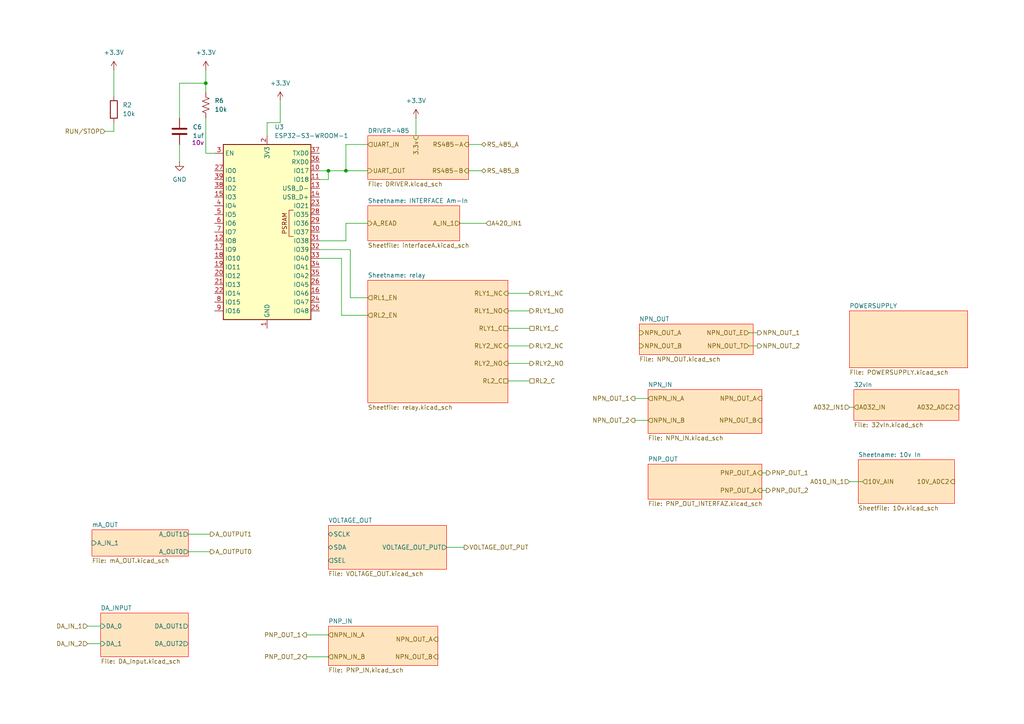
<source format=kicad_sch>
(kicad_sch
	(version 20250114)
	(generator "eeschema")
	(generator_version "9.0")
	(uuid "4eae4fba-61bc-42ae-a153-9457fa6ba7f1")
	(paper "A4")
	(lib_symbols
		(symbol "Device:C"
			(pin_numbers
				(hide yes)
			)
			(pin_names
				(offset 0.254)
			)
			(exclude_from_sim no)
			(in_bom yes)
			(on_board yes)
			(property "Reference" "C"
				(at 0.635 2.54 0)
				(effects
					(font
						(size 1.27 1.27)
					)
					(justify left)
				)
			)
			(property "Value" "C"
				(at 0.635 -2.54 0)
				(effects
					(font
						(size 1.27 1.27)
					)
					(justify left)
				)
			)
			(property "Footprint" ""
				(at 0.9652 -3.81 0)
				(effects
					(font
						(size 1.27 1.27)
					)
					(hide yes)
				)
			)
			(property "Datasheet" "~"
				(at 0 0 0)
				(effects
					(font
						(size 1.27 1.27)
					)
					(hide yes)
				)
			)
			(property "Description" "Unpolarized capacitor"
				(at 0 0 0)
				(effects
					(font
						(size 1.27 1.27)
					)
					(hide yes)
				)
			)
			(property "ki_keywords" "cap capacitor"
				(at 0 0 0)
				(effects
					(font
						(size 1.27 1.27)
					)
					(hide yes)
				)
			)
			(property "ki_fp_filters" "C_*"
				(at 0 0 0)
				(effects
					(font
						(size 1.27 1.27)
					)
					(hide yes)
				)
			)
			(symbol "C_0_1"
				(polyline
					(pts
						(xy -2.032 0.762) (xy 2.032 0.762)
					)
					(stroke
						(width 0.508)
						(type default)
					)
					(fill
						(type none)
					)
				)
				(polyline
					(pts
						(xy -2.032 -0.762) (xy 2.032 -0.762)
					)
					(stroke
						(width 0.508)
						(type default)
					)
					(fill
						(type none)
					)
				)
			)
			(symbol "C_1_1"
				(pin passive line
					(at 0 3.81 270)
					(length 2.794)
					(name "~"
						(effects
							(font
								(size 1.27 1.27)
							)
						)
					)
					(number "1"
						(effects
							(font
								(size 1.27 1.27)
							)
						)
					)
				)
				(pin passive line
					(at 0 -3.81 90)
					(length 2.794)
					(name "~"
						(effects
							(font
								(size 1.27 1.27)
							)
						)
					)
					(number "2"
						(effects
							(font
								(size 1.27 1.27)
							)
						)
					)
				)
			)
			(embedded_fonts no)
		)
		(symbol "Device:R"
			(pin_numbers
				(hide yes)
			)
			(pin_names
				(offset 0)
			)
			(exclude_from_sim no)
			(in_bom yes)
			(on_board yes)
			(property "Reference" "R"
				(at 2.032 0 90)
				(effects
					(font
						(size 1.27 1.27)
					)
				)
			)
			(property "Value" "R"
				(at 0 0 90)
				(effects
					(font
						(size 1.27 1.27)
					)
				)
			)
			(property "Footprint" ""
				(at -1.778 0 90)
				(effects
					(font
						(size 1.27 1.27)
					)
					(hide yes)
				)
			)
			(property "Datasheet" "~"
				(at 0 0 0)
				(effects
					(font
						(size 1.27 1.27)
					)
					(hide yes)
				)
			)
			(property "Description" "Resistor"
				(at 0 0 0)
				(effects
					(font
						(size 1.27 1.27)
					)
					(hide yes)
				)
			)
			(property "ki_keywords" "R res resistor"
				(at 0 0 0)
				(effects
					(font
						(size 1.27 1.27)
					)
					(hide yes)
				)
			)
			(property "ki_fp_filters" "R_*"
				(at 0 0 0)
				(effects
					(font
						(size 1.27 1.27)
					)
					(hide yes)
				)
			)
			(symbol "R_0_1"
				(rectangle
					(start -1.016 -2.54)
					(end 1.016 2.54)
					(stroke
						(width 0.254)
						(type default)
					)
					(fill
						(type none)
					)
				)
			)
			(symbol "R_1_1"
				(pin passive line
					(at 0 3.81 270)
					(length 1.27)
					(name "~"
						(effects
							(font
								(size 1.27 1.27)
							)
						)
					)
					(number "1"
						(effects
							(font
								(size 1.27 1.27)
							)
						)
					)
				)
				(pin passive line
					(at 0 -3.81 90)
					(length 1.27)
					(name "~"
						(effects
							(font
								(size 1.27 1.27)
							)
						)
					)
					(number "2"
						(effects
							(font
								(size 1.27 1.27)
							)
						)
					)
				)
			)
			(embedded_fonts no)
		)
		(symbol "Device:R_US"
			(pin_numbers
				(hide yes)
			)
			(pin_names
				(offset 0)
			)
			(exclude_from_sim no)
			(in_bom yes)
			(on_board yes)
			(property "Reference" "R"
				(at 2.54 0 90)
				(effects
					(font
						(size 1.27 1.27)
					)
				)
			)
			(property "Value" "R_US"
				(at -2.54 0 90)
				(effects
					(font
						(size 1.27 1.27)
					)
				)
			)
			(property "Footprint" ""
				(at 1.016 -0.254 90)
				(effects
					(font
						(size 1.27 1.27)
					)
					(hide yes)
				)
			)
			(property "Datasheet" "~"
				(at 0 0 0)
				(effects
					(font
						(size 1.27 1.27)
					)
					(hide yes)
				)
			)
			(property "Description" "Resistor, US symbol"
				(at 0 0 0)
				(effects
					(font
						(size 1.27 1.27)
					)
					(hide yes)
				)
			)
			(property "ki_keywords" "R res resistor"
				(at 0 0 0)
				(effects
					(font
						(size 1.27 1.27)
					)
					(hide yes)
				)
			)
			(property "ki_fp_filters" "R_*"
				(at 0 0 0)
				(effects
					(font
						(size 1.27 1.27)
					)
					(hide yes)
				)
			)
			(symbol "R_US_0_1"
				(polyline
					(pts
						(xy 0 2.286) (xy 0 2.54)
					)
					(stroke
						(width 0)
						(type default)
					)
					(fill
						(type none)
					)
				)
				(polyline
					(pts
						(xy 0 2.286) (xy 1.016 1.905) (xy 0 1.524) (xy -1.016 1.143) (xy 0 0.762)
					)
					(stroke
						(width 0)
						(type default)
					)
					(fill
						(type none)
					)
				)
				(polyline
					(pts
						(xy 0 0.762) (xy 1.016 0.381) (xy 0 0) (xy -1.016 -0.381) (xy 0 -0.762)
					)
					(stroke
						(width 0)
						(type default)
					)
					(fill
						(type none)
					)
				)
				(polyline
					(pts
						(xy 0 -0.762) (xy 1.016 -1.143) (xy 0 -1.524) (xy -1.016 -1.905) (xy 0 -2.286)
					)
					(stroke
						(width 0)
						(type default)
					)
					(fill
						(type none)
					)
				)
				(polyline
					(pts
						(xy 0 -2.286) (xy 0 -2.54)
					)
					(stroke
						(width 0)
						(type default)
					)
					(fill
						(type none)
					)
				)
			)
			(symbol "R_US_1_1"
				(pin passive line
					(at 0 3.81 270)
					(length 1.27)
					(name "~"
						(effects
							(font
								(size 1.27 1.27)
							)
						)
					)
					(number "1"
						(effects
							(font
								(size 1.27 1.27)
							)
						)
					)
				)
				(pin passive line
					(at 0 -3.81 90)
					(length 1.27)
					(name "~"
						(effects
							(font
								(size 1.27 1.27)
							)
						)
					)
					(number "2"
						(effects
							(font
								(size 1.27 1.27)
							)
						)
					)
				)
			)
			(embedded_fonts no)
		)
		(symbol "RF_Module:ESP32-S3-WROOM-1"
			(exclude_from_sim no)
			(in_bom yes)
			(on_board yes)
			(property "Reference" "U"
				(at -12.7 26.67 0)
				(effects
					(font
						(size 1.27 1.27)
					)
				)
			)
			(property "Value" "ESP32-S3-WROOM-1"
				(at 12.7 26.67 0)
				(effects
					(font
						(size 1.27 1.27)
					)
				)
			)
			(property "Footprint" "RF_Module:ESP32-S3-WROOM-1"
				(at 0 2.54 0)
				(effects
					(font
						(size 1.27 1.27)
					)
					(hide yes)
				)
			)
			(property "Datasheet" "https://www.espressif.com/sites/default/files/documentation/esp32-s3-wroom-1_wroom-1u_datasheet_en.pdf"
				(at 0 0 0)
				(effects
					(font
						(size 1.27 1.27)
					)
					(hide yes)
				)
			)
			(property "Description" "RF Module, ESP32-S3 SoC, Wi-Fi 802.11b/g/n, Bluetooth, BLE, 32-bit, 3.3V, onboard antenna, SMD"
				(at 0 0 0)
				(effects
					(font
						(size 1.27 1.27)
					)
					(hide yes)
				)
			)
			(property "ki_keywords" "RF Radio BT ESP ESP32-S3 Espressif onboard PCB antenna"
				(at 0 0 0)
				(effects
					(font
						(size 1.27 1.27)
					)
					(hide yes)
				)
			)
			(property "ki_fp_filters" "ESP32?S3?WROOM?1*"
				(at 0 0 0)
				(effects
					(font
						(size 1.27 1.27)
					)
					(hide yes)
				)
			)
			(symbol "ESP32-S3-WROOM-1_0_0"
				(rectangle
					(start -12.7 25.4)
					(end 12.7 -25.4)
					(stroke
						(width 0.254)
						(type default)
					)
					(fill
						(type background)
					)
				)
				(text "PSRAM"
					(at 5.08 2.54 900)
					(effects
						(font
							(size 1.27 1.27)
						)
					)
				)
			)
			(symbol "ESP32-S3-WROOM-1_0_1"
				(polyline
					(pts
						(xy 7.62 -1.27) (xy 6.35 -1.27) (xy 6.35 6.35) (xy 7.62 6.35)
					)
					(stroke
						(width 0)
						(type default)
					)
					(fill
						(type none)
					)
				)
			)
			(symbol "ESP32-S3-WROOM-1_1_1"
				(pin input line
					(at -15.24 22.86 0)
					(length 2.54)
					(name "EN"
						(effects
							(font
								(size 1.27 1.27)
							)
						)
					)
					(number "3"
						(effects
							(font
								(size 1.27 1.27)
							)
						)
					)
				)
				(pin bidirectional line
					(at -15.24 17.78 0)
					(length 2.54)
					(name "IO0"
						(effects
							(font
								(size 1.27 1.27)
							)
						)
					)
					(number "27"
						(effects
							(font
								(size 1.27 1.27)
							)
						)
					)
				)
				(pin bidirectional line
					(at -15.24 15.24 0)
					(length 2.54)
					(name "IO1"
						(effects
							(font
								(size 1.27 1.27)
							)
						)
					)
					(number "39"
						(effects
							(font
								(size 1.27 1.27)
							)
						)
					)
				)
				(pin bidirectional line
					(at -15.24 12.7 0)
					(length 2.54)
					(name "IO2"
						(effects
							(font
								(size 1.27 1.27)
							)
						)
					)
					(number "38"
						(effects
							(font
								(size 1.27 1.27)
							)
						)
					)
				)
				(pin bidirectional line
					(at -15.24 10.16 0)
					(length 2.54)
					(name "IO3"
						(effects
							(font
								(size 1.27 1.27)
							)
						)
					)
					(number "15"
						(effects
							(font
								(size 1.27 1.27)
							)
						)
					)
				)
				(pin bidirectional line
					(at -15.24 7.62 0)
					(length 2.54)
					(name "IO4"
						(effects
							(font
								(size 1.27 1.27)
							)
						)
					)
					(number "4"
						(effects
							(font
								(size 1.27 1.27)
							)
						)
					)
				)
				(pin bidirectional line
					(at -15.24 5.08 0)
					(length 2.54)
					(name "IO5"
						(effects
							(font
								(size 1.27 1.27)
							)
						)
					)
					(number "5"
						(effects
							(font
								(size 1.27 1.27)
							)
						)
					)
				)
				(pin bidirectional line
					(at -15.24 2.54 0)
					(length 2.54)
					(name "IO6"
						(effects
							(font
								(size 1.27 1.27)
							)
						)
					)
					(number "6"
						(effects
							(font
								(size 1.27 1.27)
							)
						)
					)
				)
				(pin bidirectional line
					(at -15.24 0 0)
					(length 2.54)
					(name "IO7"
						(effects
							(font
								(size 1.27 1.27)
							)
						)
					)
					(number "7"
						(effects
							(font
								(size 1.27 1.27)
							)
						)
					)
				)
				(pin bidirectional line
					(at -15.24 -2.54 0)
					(length 2.54)
					(name "IO8"
						(effects
							(font
								(size 1.27 1.27)
							)
						)
					)
					(number "12"
						(effects
							(font
								(size 1.27 1.27)
							)
						)
					)
				)
				(pin bidirectional line
					(at -15.24 -5.08 0)
					(length 2.54)
					(name "IO9"
						(effects
							(font
								(size 1.27 1.27)
							)
						)
					)
					(number "17"
						(effects
							(font
								(size 1.27 1.27)
							)
						)
					)
				)
				(pin bidirectional line
					(at -15.24 -7.62 0)
					(length 2.54)
					(name "IO10"
						(effects
							(font
								(size 1.27 1.27)
							)
						)
					)
					(number "18"
						(effects
							(font
								(size 1.27 1.27)
							)
						)
					)
				)
				(pin bidirectional line
					(at -15.24 -10.16 0)
					(length 2.54)
					(name "IO11"
						(effects
							(font
								(size 1.27 1.27)
							)
						)
					)
					(number "19"
						(effects
							(font
								(size 1.27 1.27)
							)
						)
					)
				)
				(pin bidirectional line
					(at -15.24 -12.7 0)
					(length 2.54)
					(name "IO12"
						(effects
							(font
								(size 1.27 1.27)
							)
						)
					)
					(number "20"
						(effects
							(font
								(size 1.27 1.27)
							)
						)
					)
				)
				(pin bidirectional line
					(at -15.24 -15.24 0)
					(length 2.54)
					(name "IO13"
						(effects
							(font
								(size 1.27 1.27)
							)
						)
					)
					(number "21"
						(effects
							(font
								(size 1.27 1.27)
							)
						)
					)
				)
				(pin bidirectional line
					(at -15.24 -17.78 0)
					(length 2.54)
					(name "IO14"
						(effects
							(font
								(size 1.27 1.27)
							)
						)
					)
					(number "22"
						(effects
							(font
								(size 1.27 1.27)
							)
						)
					)
				)
				(pin bidirectional line
					(at -15.24 -20.32 0)
					(length 2.54)
					(name "IO15"
						(effects
							(font
								(size 1.27 1.27)
							)
						)
					)
					(number "8"
						(effects
							(font
								(size 1.27 1.27)
							)
						)
					)
				)
				(pin bidirectional line
					(at -15.24 -22.86 0)
					(length 2.54)
					(name "IO16"
						(effects
							(font
								(size 1.27 1.27)
							)
						)
					)
					(number "9"
						(effects
							(font
								(size 1.27 1.27)
							)
						)
					)
				)
				(pin power_in line
					(at 0 27.94 270)
					(length 2.54)
					(name "3V3"
						(effects
							(font
								(size 1.27 1.27)
							)
						)
					)
					(number "2"
						(effects
							(font
								(size 1.27 1.27)
							)
						)
					)
				)
				(pin power_in line
					(at 0 -27.94 90)
					(length 2.54)
					(name "GND"
						(effects
							(font
								(size 1.27 1.27)
							)
						)
					)
					(number "1"
						(effects
							(font
								(size 1.27 1.27)
							)
						)
					)
				)
				(pin passive line
					(at 0 -27.94 90)
					(length 2.54)
					(hide yes)
					(name "GND"
						(effects
							(font
								(size 1.27 1.27)
							)
						)
					)
					(number "40"
						(effects
							(font
								(size 1.27 1.27)
							)
						)
					)
				)
				(pin passive line
					(at 0 -27.94 90)
					(length 2.54)
					(hide yes)
					(name "GND"
						(effects
							(font
								(size 1.27 1.27)
							)
						)
					)
					(number "41"
						(effects
							(font
								(size 1.27 1.27)
							)
						)
					)
				)
				(pin bidirectional line
					(at 15.24 22.86 180)
					(length 2.54)
					(name "TXD0"
						(effects
							(font
								(size 1.27 1.27)
							)
						)
					)
					(number "37"
						(effects
							(font
								(size 1.27 1.27)
							)
						)
					)
				)
				(pin bidirectional line
					(at 15.24 20.32 180)
					(length 2.54)
					(name "RXD0"
						(effects
							(font
								(size 1.27 1.27)
							)
						)
					)
					(number "36"
						(effects
							(font
								(size 1.27 1.27)
							)
						)
					)
				)
				(pin bidirectional line
					(at 15.24 17.78 180)
					(length 2.54)
					(name "IO17"
						(effects
							(font
								(size 1.27 1.27)
							)
						)
					)
					(number "10"
						(effects
							(font
								(size 1.27 1.27)
							)
						)
					)
				)
				(pin bidirectional line
					(at 15.24 15.24 180)
					(length 2.54)
					(name "IO18"
						(effects
							(font
								(size 1.27 1.27)
							)
						)
					)
					(number "11"
						(effects
							(font
								(size 1.27 1.27)
							)
						)
					)
				)
				(pin bidirectional line
					(at 15.24 12.7 180)
					(length 2.54)
					(name "USB_D-"
						(effects
							(font
								(size 1.27 1.27)
							)
						)
					)
					(number "13"
						(effects
							(font
								(size 1.27 1.27)
							)
						)
					)
					(alternate "IO19" bidirectional line)
				)
				(pin bidirectional line
					(at 15.24 10.16 180)
					(length 2.54)
					(name "USB_D+"
						(effects
							(font
								(size 1.27 1.27)
							)
						)
					)
					(number "14"
						(effects
							(font
								(size 1.27 1.27)
							)
						)
					)
					(alternate "IO20" bidirectional line)
				)
				(pin bidirectional line
					(at 15.24 7.62 180)
					(length 2.54)
					(name "IO21"
						(effects
							(font
								(size 1.27 1.27)
							)
						)
					)
					(number "23"
						(effects
							(font
								(size 1.27 1.27)
							)
						)
					)
				)
				(pin bidirectional line
					(at 15.24 5.08 180)
					(length 2.54)
					(name "IO35"
						(effects
							(font
								(size 1.27 1.27)
							)
						)
					)
					(number "28"
						(effects
							(font
								(size 1.27 1.27)
							)
						)
					)
				)
				(pin bidirectional line
					(at 15.24 2.54 180)
					(length 2.54)
					(name "IO36"
						(effects
							(font
								(size 1.27 1.27)
							)
						)
					)
					(number "29"
						(effects
							(font
								(size 1.27 1.27)
							)
						)
					)
				)
				(pin bidirectional line
					(at 15.24 0 180)
					(length 2.54)
					(name "IO37"
						(effects
							(font
								(size 1.27 1.27)
							)
						)
					)
					(number "30"
						(effects
							(font
								(size 1.27 1.27)
							)
						)
					)
				)
				(pin bidirectional line
					(at 15.24 -2.54 180)
					(length 2.54)
					(name "IO38"
						(effects
							(font
								(size 1.27 1.27)
							)
						)
					)
					(number "31"
						(effects
							(font
								(size 1.27 1.27)
							)
						)
					)
				)
				(pin bidirectional line
					(at 15.24 -5.08 180)
					(length 2.54)
					(name "IO39"
						(effects
							(font
								(size 1.27 1.27)
							)
						)
					)
					(number "32"
						(effects
							(font
								(size 1.27 1.27)
							)
						)
					)
				)
				(pin bidirectional line
					(at 15.24 -7.62 180)
					(length 2.54)
					(name "IO40"
						(effects
							(font
								(size 1.27 1.27)
							)
						)
					)
					(number "33"
						(effects
							(font
								(size 1.27 1.27)
							)
						)
					)
				)
				(pin bidirectional line
					(at 15.24 -10.16 180)
					(length 2.54)
					(name "IO41"
						(effects
							(font
								(size 1.27 1.27)
							)
						)
					)
					(number "34"
						(effects
							(font
								(size 1.27 1.27)
							)
						)
					)
				)
				(pin bidirectional line
					(at 15.24 -12.7 180)
					(length 2.54)
					(name "IO42"
						(effects
							(font
								(size 1.27 1.27)
							)
						)
					)
					(number "35"
						(effects
							(font
								(size 1.27 1.27)
							)
						)
					)
				)
				(pin bidirectional line
					(at 15.24 -15.24 180)
					(length 2.54)
					(name "IO45"
						(effects
							(font
								(size 1.27 1.27)
							)
						)
					)
					(number "26"
						(effects
							(font
								(size 1.27 1.27)
							)
						)
					)
				)
				(pin bidirectional line
					(at 15.24 -17.78 180)
					(length 2.54)
					(name "IO46"
						(effects
							(font
								(size 1.27 1.27)
							)
						)
					)
					(number "16"
						(effects
							(font
								(size 1.27 1.27)
							)
						)
					)
				)
				(pin bidirectional line
					(at 15.24 -20.32 180)
					(length 2.54)
					(name "IO47"
						(effects
							(font
								(size 1.27 1.27)
							)
						)
					)
					(number "24"
						(effects
							(font
								(size 1.27 1.27)
							)
						)
					)
				)
				(pin bidirectional line
					(at 15.24 -22.86 180)
					(length 2.54)
					(name "IO48"
						(effects
							(font
								(size 1.27 1.27)
							)
						)
					)
					(number "25"
						(effects
							(font
								(size 1.27 1.27)
							)
						)
					)
				)
			)
			(embedded_fonts no)
		)
		(symbol "power:+3.3V"
			(power)
			(pin_numbers
				(hide yes)
			)
			(pin_names
				(offset 0)
				(hide yes)
			)
			(exclude_from_sim no)
			(in_bom yes)
			(on_board yes)
			(property "Reference" "#PWR"
				(at 0 -3.81 0)
				(effects
					(font
						(size 1.27 1.27)
					)
					(hide yes)
				)
			)
			(property "Value" "+3.3V"
				(at 0 3.556 0)
				(effects
					(font
						(size 1.27 1.27)
					)
				)
			)
			(property "Footprint" ""
				(at 0 0 0)
				(effects
					(font
						(size 1.27 1.27)
					)
					(hide yes)
				)
			)
			(property "Datasheet" ""
				(at 0 0 0)
				(effects
					(font
						(size 1.27 1.27)
					)
					(hide yes)
				)
			)
			(property "Description" "Power symbol creates a global label with name \"+3.3V\""
				(at 0 0 0)
				(effects
					(font
						(size 1.27 1.27)
					)
					(hide yes)
				)
			)
			(property "ki_keywords" "global power"
				(at 0 0 0)
				(effects
					(font
						(size 1.27 1.27)
					)
					(hide yes)
				)
			)
			(symbol "+3.3V_0_1"
				(polyline
					(pts
						(xy -0.762 1.27) (xy 0 2.54)
					)
					(stroke
						(width 0)
						(type default)
					)
					(fill
						(type none)
					)
				)
				(polyline
					(pts
						(xy 0 2.54) (xy 0.762 1.27)
					)
					(stroke
						(width 0)
						(type default)
					)
					(fill
						(type none)
					)
				)
				(polyline
					(pts
						(xy 0 0) (xy 0 2.54)
					)
					(stroke
						(width 0)
						(type default)
					)
					(fill
						(type none)
					)
				)
			)
			(symbol "+3.3V_1_1"
				(pin power_in line
					(at 0 0 90)
					(length 0)
					(name "~"
						(effects
							(font
								(size 1.27 1.27)
							)
						)
					)
					(number "1"
						(effects
							(font
								(size 1.27 1.27)
							)
						)
					)
				)
			)
			(embedded_fonts no)
		)
		(symbol "power:GND"
			(power)
			(pin_numbers
				(hide yes)
			)
			(pin_names
				(offset 0)
				(hide yes)
			)
			(exclude_from_sim no)
			(in_bom yes)
			(on_board yes)
			(property "Reference" "#PWR"
				(at 0 -6.35 0)
				(effects
					(font
						(size 1.27 1.27)
					)
					(hide yes)
				)
			)
			(property "Value" "GND"
				(at 0 -3.81 0)
				(effects
					(font
						(size 1.27 1.27)
					)
				)
			)
			(property "Footprint" ""
				(at 0 0 0)
				(effects
					(font
						(size 1.27 1.27)
					)
					(hide yes)
				)
			)
			(property "Datasheet" ""
				(at 0 0 0)
				(effects
					(font
						(size 1.27 1.27)
					)
					(hide yes)
				)
			)
			(property "Description" "Power symbol creates a global label with name \"GND\" , ground"
				(at 0 0 0)
				(effects
					(font
						(size 1.27 1.27)
					)
					(hide yes)
				)
			)
			(property "ki_keywords" "global power"
				(at 0 0 0)
				(effects
					(font
						(size 1.27 1.27)
					)
					(hide yes)
				)
			)
			(symbol "GND_0_1"
				(polyline
					(pts
						(xy 0 0) (xy 0 -1.27) (xy 1.27 -1.27) (xy 0 -2.54) (xy -1.27 -1.27) (xy 0 -1.27)
					)
					(stroke
						(width 0)
						(type default)
					)
					(fill
						(type none)
					)
				)
			)
			(symbol "GND_1_1"
				(pin power_in line
					(at 0 0 270)
					(length 0)
					(name "~"
						(effects
							(font
								(size 1.27 1.27)
							)
						)
					)
					(number "1"
						(effects
							(font
								(size 1.27 1.27)
							)
						)
					)
				)
			)
			(embedded_fonts no)
		)
	)
	(junction
		(at 100.33 49.53)
		(diameter 0)
		(color 0 0 0 0)
		(uuid "36e05f1b-c471-4ac8-a170-9e16ece80d35")
	)
	(junction
		(at 59.69 24.13)
		(diameter 0)
		(color 0 0 0 0)
		(uuid "70ace88a-37dc-4821-acf3-3a1a072843ab")
	)
	(junction
		(at 95.25 49.53)
		(diameter 0)
		(color 0 0 0 0)
		(uuid "f2af7987-3f33-4d90-9946-4a1446cab16e")
	)
	(wire
		(pts
			(xy 184.15 115.57) (xy 187.96 115.57)
		)
		(stroke
			(width 0)
			(type default)
		)
		(uuid "077e7583-f7e9-4525-b49e-cc333c170b41")
	)
	(wire
		(pts
			(xy 101.6 72.39) (xy 92.71 72.39)
		)
		(stroke
			(width 0)
			(type default)
		)
		(uuid "0cfb135f-d970-4ef8-8069-4aa3972a387b")
	)
	(wire
		(pts
			(xy 217.17 100.33) (xy 219.71 100.33)
		)
		(stroke
			(width 0)
			(type default)
		)
		(uuid "0f0f016a-32ff-4fd1-81cf-9eacae024b58")
	)
	(wire
		(pts
			(xy 147.32 95.25) (xy 153.67 95.25)
		)
		(stroke
			(width 0)
			(type default)
		)
		(uuid "0fe243db-0547-40da-8f04-8bc0f42380b9")
	)
	(wire
		(pts
			(xy 101.6 86.36) (xy 101.6 72.39)
		)
		(stroke
			(width 0)
			(type default)
		)
		(uuid "17cb9b07-c96d-48cf-a25d-5d648049f2d5")
	)
	(wire
		(pts
			(xy 25.4 181.61) (xy 29.21 181.61)
		)
		(stroke
			(width 0)
			(type default)
		)
		(uuid "1e297fc9-407d-46fb-9b86-9d965081068b")
	)
	(wire
		(pts
			(xy 100.33 69.85) (xy 92.71 69.85)
		)
		(stroke
			(width 0)
			(type default)
		)
		(uuid "1fb5bb1d-025e-4e35-8d11-e6e9172d3c43")
	)
	(wire
		(pts
			(xy 77.47 35.56) (xy 77.47 39.37)
		)
		(stroke
			(width 0)
			(type default)
		)
		(uuid "1fd32598-1f3b-4757-ae5b-ac3efd25081d")
	)
	(wire
		(pts
			(xy 106.68 41.91) (xy 100.33 41.91)
		)
		(stroke
			(width 0)
			(type default)
		)
		(uuid "21d958ec-aed7-4052-9661-c65140341c1d")
	)
	(wire
		(pts
			(xy 59.69 20.32) (xy 59.69 24.13)
		)
		(stroke
			(width 0)
			(type default)
		)
		(uuid "226ae0a4-358b-49af-9399-8c02e870ee19")
	)
	(wire
		(pts
			(xy 95.25 52.07) (xy 95.25 49.53)
		)
		(stroke
			(width 0)
			(type default)
		)
		(uuid "227ce945-bf47-4425-a1b5-81c1b3e58f51")
	)
	(wire
		(pts
			(xy 246.38 118.11) (xy 247.65 118.11)
		)
		(stroke
			(width 0)
			(type default)
		)
		(uuid "281405ff-0117-42e8-9f3b-afa265d9cec4")
	)
	(wire
		(pts
			(xy 184.15 121.92) (xy 187.96 121.92)
		)
		(stroke
			(width 0)
			(type default)
		)
		(uuid "2c8ec7ac-b12c-4dee-a0fe-fbc271088963")
	)
	(wire
		(pts
			(xy 81.28 35.56) (xy 81.28 29.21)
		)
		(stroke
			(width 0)
			(type default)
		)
		(uuid "3541386f-b263-492f-a3f4-818d98eafb86")
	)
	(wire
		(pts
			(xy 135.89 41.91) (xy 139.7 41.91)
		)
		(stroke
			(width 0)
			(type default)
		)
		(uuid "3685cae2-b910-4393-9a89-a562028ddd23")
	)
	(wire
		(pts
			(xy 220.98 137.16) (xy 222.25 137.16)
		)
		(stroke
			(width 0)
			(type default)
		)
		(uuid "3d61e654-97d0-46c2-b60f-1af75260442e")
	)
	(wire
		(pts
			(xy 220.98 142.24) (xy 222.25 142.24)
		)
		(stroke
			(width 0)
			(type default)
		)
		(uuid "3df6ea77-eaf6-431c-9eb4-7266df16d8ef")
	)
	(wire
		(pts
			(xy 106.68 91.44) (xy 99.06 91.44)
		)
		(stroke
			(width 0)
			(type default)
		)
		(uuid "4481cc8b-d920-4a1d-975c-68efb377470a")
	)
	(wire
		(pts
			(xy 106.68 86.36) (xy 101.6 86.36)
		)
		(stroke
			(width 0)
			(type default)
		)
		(uuid "4577256e-090b-4bde-9873-1f3cecd25aa6")
	)
	(wire
		(pts
			(xy 147.32 105.41) (xy 153.67 105.41)
		)
		(stroke
			(width 0)
			(type default)
		)
		(uuid "4cde3eed-143d-4648-b3ba-70f9993130a0")
	)
	(wire
		(pts
			(xy 88.9 190.5) (xy 95.25 190.5)
		)
		(stroke
			(width 0)
			(type default)
		)
		(uuid "502a856e-35fe-42e3-a218-82855b885021")
	)
	(wire
		(pts
			(xy 147.32 110.49) (xy 153.67 110.49)
		)
		(stroke
			(width 0)
			(type default)
		)
		(uuid "50e719d5-8347-494e-adb9-2bf070c4a96c")
	)
	(wire
		(pts
			(xy 59.69 44.45) (xy 62.23 44.45)
		)
		(stroke
			(width 0)
			(type default)
		)
		(uuid "510efabe-285e-4a4a-8f0f-98948397b997")
	)
	(wire
		(pts
			(xy 100.33 41.91) (xy 100.33 49.53)
		)
		(stroke
			(width 0)
			(type default)
		)
		(uuid "53a214fe-bf9b-4293-9d48-f09b8e5a63b2")
	)
	(wire
		(pts
			(xy 147.32 85.09) (xy 153.67 85.09)
		)
		(stroke
			(width 0)
			(type default)
		)
		(uuid "5607010f-6c89-4b17-a23a-396868a2ab08")
	)
	(wire
		(pts
			(xy 52.07 34.29) (xy 52.07 24.13)
		)
		(stroke
			(width 0)
			(type default)
		)
		(uuid "5e6fee5e-c330-4135-8b36-c0e890667c73")
	)
	(wire
		(pts
			(xy 99.06 91.44) (xy 99.06 74.93)
		)
		(stroke
			(width 0)
			(type default)
		)
		(uuid "6647c071-a13b-46db-96ab-57d4a508b1a7")
	)
	(wire
		(pts
			(xy 95.25 49.53) (xy 100.33 49.53)
		)
		(stroke
			(width 0)
			(type default)
		)
		(uuid "66b768ed-9d4f-4bca-b54b-03ac85f8c7e8")
	)
	(wire
		(pts
			(xy 147.32 100.33) (xy 153.67 100.33)
		)
		(stroke
			(width 0)
			(type default)
		)
		(uuid "6eddd803-d093-4a01-b7ef-eba2c049fe96")
	)
	(wire
		(pts
			(xy 88.9 184.15) (xy 95.25 184.15)
		)
		(stroke
			(width 0)
			(type default)
		)
		(uuid "7009add9-9ed8-4a09-bd88-4d47ffef3dfc")
	)
	(wire
		(pts
			(xy 77.47 35.56) (xy 81.28 35.56)
		)
		(stroke
			(width 0)
			(type default)
		)
		(uuid "74496dca-3f3c-4286-b8a4-98f71504b653")
	)
	(wire
		(pts
			(xy 25.4 186.69) (xy 29.21 186.69)
		)
		(stroke
			(width 0)
			(type default)
		)
		(uuid "7abfae17-0e41-4f48-ab97-4ee9dce81af4")
	)
	(wire
		(pts
			(xy 54.61 154.94) (xy 60.96 154.94)
		)
		(stroke
			(width 0)
			(type default)
		)
		(uuid "7dca3a9b-4ca2-42a7-a77f-54cffdaed49a")
	)
	(wire
		(pts
			(xy 133.35 64.77) (xy 140.97 64.77)
		)
		(stroke
			(width 0)
			(type default)
		)
		(uuid "81b8547c-fbdd-45c9-b2f0-c91cfe20afa2")
	)
	(wire
		(pts
			(xy 54.61 160.02) (xy 60.96 160.02)
		)
		(stroke
			(width 0)
			(type default)
		)
		(uuid "83295f5b-0e04-4da5-93e5-257c75879904")
	)
	(wire
		(pts
			(xy 100.33 64.77) (xy 100.33 69.85)
		)
		(stroke
			(width 0)
			(type default)
		)
		(uuid "85440d27-e92d-4108-87f6-41e92f795507")
	)
	(wire
		(pts
			(xy 120.65 34.29) (xy 120.65 39.37)
		)
		(stroke
			(width 0)
			(type default)
		)
		(uuid "94de7d37-30e1-419e-b98b-4d364ba25921")
	)
	(wire
		(pts
			(xy 95.25 49.53) (xy 92.71 49.53)
		)
		(stroke
			(width 0)
			(type default)
		)
		(uuid "adfd7ec6-0776-4431-8ede-33966a172d74")
	)
	(wire
		(pts
			(xy 99.06 74.93) (xy 92.71 74.93)
		)
		(stroke
			(width 0)
			(type default)
		)
		(uuid "af1ac1cc-2a1c-472c-a715-f8f238016a50")
	)
	(wire
		(pts
			(xy 100.33 49.53) (xy 106.68 49.53)
		)
		(stroke
			(width 0)
			(type default)
		)
		(uuid "c231fe3d-dfd4-41e0-8e88-ca9b944ae582")
	)
	(wire
		(pts
			(xy 217.17 96.52) (xy 219.71 96.52)
		)
		(stroke
			(width 0)
			(type default)
		)
		(uuid "c4f694b3-3fa4-483f-bf4f-c2475c66c044")
	)
	(wire
		(pts
			(xy 246.38 139.7) (xy 250.19 139.7)
		)
		(stroke
			(width 0)
			(type default)
		)
		(uuid "c598339e-4503-46db-a1c5-ebe6b6023190")
	)
	(wire
		(pts
			(xy 52.07 24.13) (xy 59.69 24.13)
		)
		(stroke
			(width 0)
			(type default)
		)
		(uuid "c93eb2c5-0126-4f51-b866-046ce9857b40")
	)
	(wire
		(pts
			(xy 92.71 52.07) (xy 95.25 52.07)
		)
		(stroke
			(width 0)
			(type default)
		)
		(uuid "c98dd73e-18d4-4719-b726-e86843b2340a")
	)
	(wire
		(pts
			(xy 52.07 41.91) (xy 52.07 46.99)
		)
		(stroke
			(width 0)
			(type default)
		)
		(uuid "d55d052d-ca96-441a-a6d0-29f215e4c67e")
	)
	(wire
		(pts
			(xy 33.02 38.1) (xy 30.48 38.1)
		)
		(stroke
			(width 0)
			(type default)
		)
		(uuid "dba96880-8728-460a-b649-7cbfa4074b1d")
	)
	(wire
		(pts
			(xy 106.68 64.77) (xy 100.33 64.77)
		)
		(stroke
			(width 0)
			(type default)
		)
		(uuid "e2161b5c-318c-4318-a593-fde165020d67")
	)
	(wire
		(pts
			(xy 147.32 90.17) (xy 153.67 90.17)
		)
		(stroke
			(width 0)
			(type default)
		)
		(uuid "ec4a1d38-ca3f-4ce2-bd00-fc89de4c81e5")
	)
	(wire
		(pts
			(xy 59.69 34.29) (xy 59.69 44.45)
		)
		(stroke
			(width 0)
			(type default)
		)
		(uuid "ed5f8e40-7b5b-46b7-b43d-47b4db60c4be")
	)
	(wire
		(pts
			(xy 129.54 158.75) (xy 134.62 158.75)
		)
		(stroke
			(width 0)
			(type default)
		)
		(uuid "eda36606-7512-4ca0-8085-52cb98fbface")
	)
	(wire
		(pts
			(xy 33.02 35.56) (xy 33.02 38.1)
		)
		(stroke
			(width 0)
			(type default)
		)
		(uuid "ee440f18-34a0-494d-a182-0a3733045bd9")
	)
	(wire
		(pts
			(xy 135.89 49.53) (xy 139.7 49.53)
		)
		(stroke
			(width 0)
			(type default)
		)
		(uuid "f5d5b52d-0912-473a-a04e-7f4e081466f5")
	)
	(wire
		(pts
			(xy 33.02 20.32) (xy 33.02 27.94)
		)
		(stroke
			(width 0)
			(type default)
		)
		(uuid "f6684308-5a14-44d7-ad5d-59705841b87d")
	)
	(wire
		(pts
			(xy 59.69 24.13) (xy 59.69 26.67)
		)
		(stroke
			(width 0)
			(type default)
		)
		(uuid "f989cd76-6841-40c9-80f2-87f5cdcc39c0")
	)
	(hierarchical_label "NPN_OUT_A"
		(shape output)
		(at 220.98 115.57 180)
		(effects
			(font
				(size 1.27 1.27)
			)
			(justify right)
		)
		(uuid "004e850b-2bb4-4d36-a0b0-2ca318984097")
	)
	(hierarchical_label "NPN_OUT_2"
		(shape output)
		(at 219.71 100.33 0)
		(effects
			(font
				(size 1.27 1.27)
			)
			(justify left)
		)
		(uuid "022db10a-0e0c-4965-8d1e-245c792a5a71")
	)
	(hierarchical_label "A_IN_1"
		(shape input)
		(at 133.35 64.77 180)
		(effects
			(font
				(size 1.27 1.27)
			)
			(justify right)
		)
		(uuid "02ca217f-a175-4e05-9d71-c26514e5453f")
	)
	(hierarchical_label "A032_IN"
		(shape input)
		(at 247.65 118.11 0)
		(effects
			(font
				(size 1.27 1.27)
			)
			(justify left)
		)
		(uuid "075d8445-d8c6-45f5-b05d-0d753f81f35a")
	)
	(hierarchical_label "DA_IN_2"
		(shape input)
		(at 25.4 186.69 180)
		(effects
			(font
				(size 1.27 1.27)
			)
			(justify right)
		)
		(uuid "0977b1f7-14ec-4685-872f-0b5f48e4926e")
	)
	(hierarchical_label "NPN_OUT_2"
		(shape output)
		(at 184.15 121.92 180)
		(effects
			(font
				(size 1.27 1.27)
			)
			(justify right)
		)
		(uuid "0dcc8826-501b-4446-b7fe-522c4805d100")
	)
	(hierarchical_label "NPN_OUT_T"
		(shape input)
		(at 217.17 100.33 180)
		(effects
			(font
				(size 1.27 1.27)
			)
			(justify right)
		)
		(uuid "15a8b77d-81db-48a8-b61d-bec0b8d51401")
	)
	(hierarchical_label "RLY1_C"
		(shape passive)
		(at 147.32 95.25 180)
		(effects
			(font
				(size 1.27 1.27)
			)
			(justify right)
		)
		(uuid "186345d0-c195-42ed-8923-54ae717988c3")
	)
	(hierarchical_label "RLY2_NC"
		(shape output)
		(at 153.67 100.33 0)
		(effects
			(font
				(size 1.27 1.27)
			)
			(justify left)
		)
		(uuid "1a0efb63-789a-43a0-9e93-3f50cd8d671c")
	)
	(hierarchical_label "A_OUTPUT1"
		(shape output)
		(at 60.96 154.94 0)
		(effects
			(font
				(size 1.27 1.27)
			)
			(justify left)
		)
		(uuid "1f39c6ab-1686-4607-ae9a-0e2cc1476380")
	)
	(hierarchical_label "NPN_OUT_1"
		(shape output)
		(at 219.71 96.52 0)
		(effects
			(font
				(size 1.27 1.27)
			)
			(justify left)
		)
		(uuid "2212c85a-03bb-4e59-aaa8-0c904d1b6269")
	)
	(hierarchical_label "3.3v"
		(shape output)
		(at 120.65 39.37 270)
		(effects
			(font
				(size 1.27 1.27)
			)
			(justify right)
		)
		(uuid "2a1e66af-e311-4a47-b381-ddbb0201c175")
	)
	(hierarchical_label "PNP_OUT_1"
		(shape output)
		(at 88.9 184.15 180)
		(effects
			(font
				(size 1.27 1.27)
			)
			(justify right)
		)
		(uuid "34f130a7-beb2-4e28-b8cb-4c35b3d913e9")
	)
	(hierarchical_label "NPN_OUT_A"
		(shape output)
		(at 185.42 96.52 0)
		(effects
			(font
				(size 1.27 1.27)
			)
			(justify left)
		)
		(uuid "37da2ff1-c465-4c23-8ffc-8d8f07cd9a08")
	)
	(hierarchical_label "RS485-A"
		(shape output)
		(at 135.89 41.91 180)
		(effects
			(font
				(size 1.27 1.27)
			)
			(justify right)
		)
		(uuid "4163581b-0de6-4cfa-b657-1958afe701d8")
	)
	(hierarchical_label "RS_485_B"
		(shape bidirectional)
		(at 139.7 49.53 0)
		(effects
			(font
				(size 1.27 1.27)
			)
			(justify left)
		)
		(uuid "46aed295-291d-4a30-8ea7-eae8a525cb5c")
	)
	(hierarchical_label "DA_IN_1"
		(shape input)
		(at 25.4 181.61 180)
		(effects
			(font
				(size 1.27 1.27)
			)
			(justify right)
		)
		(uuid "487a2fed-c509-4623-a0f8-2d9c862a3530")
	)
	(hierarchical_label "RL2_C"
		(shape passive)
		(at 153.67 110.49 0)
		(effects
			(font
				(size 1.27 1.27)
			)
			(justify left)
		)
		(uuid "4a306316-7bea-4ddc-9318-86e68a90c49a")
	)
	(hierarchical_label "RS485-B"
		(shape output)
		(at 135.89 49.53 180)
		(effects
			(font
				(size 1.27 1.27)
			)
			(justify right)
		)
		(uuid "4c13ad4a-90d9-4166-bc05-95ce513dd696")
	)
	(hierarchical_label "10V_ADC2"
		(shape output)
		(at 276.86 139.7 180)
		(effects
			(font
				(size 1.27 1.27)
			)
			(justify right)
		)
		(uuid "4e4ab1d1-0cad-4cff-a25e-9a92ebfdae70")
	)
	(hierarchical_label "VOLTAGE_OUT_PUT"
		(shape output)
		(at 134.62 158.75 0)
		(effects
			(font
				(size 1.27 1.27)
			)
			(justify left)
		)
		(uuid "530566c0-9a9a-4bde-8bec-59cf42a3b038")
	)
	(hierarchical_label "RLY1_NO"
		(shape output)
		(at 153.67 90.17 0)
		(effects
			(font
				(size 1.27 1.27)
			)
			(justify left)
		)
		(uuid "620ec994-f25e-4cd5-96a5-2a95e4ce0291")
	)
	(hierarchical_label "NPN_OUT_1"
		(shape output)
		(at 184.15 115.57 180)
		(effects
			(font
				(size 1.27 1.27)
			)
			(justify right)
		)
		(uuid "64b4d79c-483a-4101-af5e-55e22ab235e7")
	)
	(hierarchical_label "RLY1_C"
		(shape passive)
		(at 153.67 95.25 0)
		(effects
			(font
				(size 1.27 1.27)
			)
			(justify left)
		)
		(uuid "65d0560e-54e2-4326-a4af-8b599469cc60")
	)
	(hierarchical_label "PNP_OUT_2"
		(shape output)
		(at 88.9 190.5 180)
		(effects
			(font
				(size 1.27 1.27)
			)
			(justify right)
		)
		(uuid "66e4b6c5-0b55-483b-9e79-4b92d8f3e09e")
	)
	(hierarchical_label "RLY1_NC"
		(shape output)
		(at 153.67 85.09 0)
		(effects
			(font
				(size 1.27 1.27)
			)
			(justify left)
		)
		(uuid "671a2aec-8bfb-4470-b9f7-990de3f75d90")
	)
	(hierarchical_label "PNP_OUT_2"
		(shape output)
		(at 222.25 142.24 0)
		(effects
			(font
				(size 1.27 1.27)
			)
			(justify left)
		)
		(uuid "6933d035-7ace-4aea-aa37-dd3e51dbac9a")
	)
	(hierarchical_label "A_OUTPUT0"
		(shape output)
		(at 60.96 160.02 0)
		(effects
			(font
				(size 1.27 1.27)
			)
			(justify left)
		)
		(uuid "6bb74ded-cb28-4162-bcf0-8f1188bdd54c")
	)
	(hierarchical_label "RL2_C"
		(shape passive)
		(at 147.32 110.49 180)
		(effects
			(font
				(size 1.27 1.27)
			)
			(justify right)
		)
		(uuid "7216c1b4-8019-4310-8a49-1b55867c2780")
	)
	(hierarchical_label "NPN_OUT_B"
		(shape output)
		(at 127 190.5 180)
		(effects
			(font
				(size 1.27 1.27)
			)
			(justify right)
		)
		(uuid "773ee8c7-f8dc-4be3-b0d0-a772207cba27")
	)
	(hierarchical_label "A010_IN_1"
		(shape input)
		(at 246.38 139.7 180)
		(effects
			(font
				(size 1.27 1.27)
			)
			(justify right)
		)
		(uuid "7e81969b-1619-45c9-8b75-9525a30abd21")
	)
	(hierarchical_label "A032_ADC2"
		(shape output)
		(at 278.13 118.11 180)
		(effects
			(font
				(size 1.27 1.27)
			)
			(justify right)
		)
		(uuid "900db2b2-b116-4887-a21d-ee9679b2dc5f")
	)
	(hierarchical_label "RLY1_NO"
		(shape output)
		(at 147.32 90.17 180)
		(effects
			(font
				(size 1.27 1.27)
			)
			(justify right)
		)
		(uuid "957f14a5-b4b1-4b8b-a24b-82dc366e2fcf")
	)
	(hierarchical_label "PNP_OUT_1"
		(shape output)
		(at 222.25 137.16 0)
		(effects
			(font
				(size 1.27 1.27)
			)
			(justify left)
		)
		(uuid "a058d042-c8bd-4f60-8a48-ffd33e7fe453")
	)
	(hierarchical_label "A_READ"
		(shape output)
		(at 106.68 64.77 0)
		(effects
			(font
				(size 1.27 1.27)
			)
			(justify left)
		)
		(uuid "a3fecea7-6243-4ace-942d-5cb2cdc540e8")
	)
	(hierarchical_label "NPN_OUT_E"
		(shape input)
		(at 217.17 96.52 180)
		(effects
			(font
				(size 1.27 1.27)
			)
			(justify right)
		)
		(uuid "a7940ae6-0d40-4df5-80bc-054cdfe9da0e")
	)
	(hierarchical_label "10V_AIN"
		(shape input)
		(at 250.19 139.7 0)
		(effects
			(font
				(size 1.27 1.27)
			)
			(justify left)
		)
		(uuid "a7a0d8db-196d-4055-b3ff-45e93d9370fe")
	)
	(hierarchical_label "UART_IN"
		(shape input)
		(at 106.68 41.91 0)
		(effects
			(font
				(size 1.27 1.27)
			)
			(justify left)
		)
		(uuid "a95df283-26da-45f4-8afe-56b0498cac6c")
	)
	(hierarchical_label "A420_IN1"
		(shape input)
		(at 140.97 64.77 0)
		(effects
			(font
				(size 1.27 1.27)
			)
			(justify left)
		)
		(uuid "ad7947d1-4c53-4a08-ba0b-31437d01fb0f")
	)
	(hierarchical_label "RL2_EN"
		(shape input)
		(at 106.68 91.44 0)
		(effects
			(font
				(size 1.27 1.27)
			)
			(justify left)
		)
		(uuid "b2d3cd05-7c51-4dcd-86ab-d3ca05948e9c")
	)
	(hierarchical_label "PNP_OUT_A"
		(shape output)
		(at 220.98 137.16 180)
		(effects
			(font
				(size 1.27 1.27)
			)
			(justify right)
		)
		(uuid "bd58fc89-3d3b-4fe7-b02a-a5a39be00c41")
	)
	(hierarchical_label "RLY1_NC"
		(shape output)
		(at 147.32 85.09 180)
		(effects
			(font
				(size 1.27 1.27)
			)
			(justify right)
		)
		(uuid "c4b78d0b-7a8a-4be2-8a49-2f6b8ca75fb5")
	)
	(hierarchical_label "RLY2_NC"
		(shape output)
		(at 147.32 100.33 180)
		(effects
			(font
				(size 1.27 1.27)
			)
			(justify right)
		)
		(uuid "c5a61be9-11be-4677-878c-e37c1d34c116")
	)
	(hierarchical_label "NPN_IN_A"
		(shape input)
		(at 95.25 184.15 0)
		(effects
			(font
				(size 1.27 1.27)
			)
			(justify left)
		)
		(uuid "c6beb4d4-7d5d-4f6b-90dd-ff4e2d766c59")
	)
	(hierarchical_label "NPN_OUT_B"
		(shape output)
		(at 220.98 121.92 180)
		(effects
			(font
				(size 1.27 1.27)
			)
			(justify right)
		)
		(uuid "c6e574ac-1a33-4d29-935f-ec2b7203c5cb")
	)
	(hierarchical_label "NPN_OUT_B"
		(shape output)
		(at 185.42 100.33 0)
		(effects
			(font
				(size 1.27 1.27)
			)
			(justify left)
		)
		(uuid "d055d52d-80eb-41d0-bdb8-12c9f3ef9061")
	)
	(hierarchical_label "RLY2_NO"
		(shape output)
		(at 147.32 105.41 180)
		(effects
			(font
				(size 1.27 1.27)
			)
			(justify right)
		)
		(uuid "d6298d27-884b-466c-b60c-e3d3ad9a3467")
	)
	(hierarchical_label "NPN_IN_B"
		(shape input)
		(at 187.96 121.92 0)
		(effects
			(font
				(size 1.27 1.27)
			)
			(justify left)
		)
		(uuid "d8ddb52f-a880-493a-93d2-3e3aecb4b9e6")
	)
	(hierarchical_label "RS_485_A"
		(shape bidirectional)
		(at 139.7 41.91 0)
		(effects
			(font
				(size 1.27 1.27)
			)
			(justify left)
		)
		(uuid "de483159-78c6-457b-a2ef-696cd7c073ba")
	)
	(hierarchical_label "NPN_OUT_A"
		(shape output)
		(at 127 185.42 180)
		(effects
			(font
				(size 1.27 1.27)
			)
			(justify right)
		)
		(uuid "e25ba6d7-aeac-41bd-b671-2bd503c405f6")
	)
	(hierarchical_label "RLY2_NO"
		(shape output)
		(at 153.67 105.41 0)
		(effects
			(font
				(size 1.27 1.27)
			)
			(justify left)
		)
		(uuid "e9f3cfd1-9fe1-4c9f-96f5-26f64e02fa7d")
	)
	(hierarchical_label "UART_OUT"
		(shape output)
		(at 106.68 49.53 0)
		(effects
			(font
				(size 1.27 1.27)
			)
			(justify left)
		)
		(uuid "f1207dc3-6950-4dc5-b733-eb8aa82adf87")
	)
	(hierarchical_label "A032_IN1"
		(shape input)
		(at 246.38 118.11 180)
		(effects
			(font
				(size 1.27 1.27)
			)
			(justify right)
		)
		(uuid "f298c085-1221-4608-b0f0-7918ee6b6856")
	)
	(hierarchical_label "NPN_IN_A"
		(shape input)
		(at 187.96 115.57 0)
		(effects
			(font
				(size 1.27 1.27)
			)
			(justify left)
		)
		(uuid "f582d70e-330a-4471-8cce-bf204c32e2fb")
	)
	(hierarchical_label "RUN{slash}STOP"
		(shape input)
		(at 30.48 38.1 180)
		(effects
			(font
				(size 1.27 1.27)
			)
			(justify right)
		)
		(uuid "f67aadfe-abd3-4658-bb4c-671c80f1dbcb")
	)
	(hierarchical_label "RL1_EN"
		(shape input)
		(at 106.68 86.36 0)
		(effects
			(font
				(size 1.27 1.27)
			)
			(justify left)
		)
		(uuid "ff58b79d-d0e1-4180-b7d6-5da1dc9a07e8")
	)
	(hierarchical_label "PNP_OUT_A"
		(shape output)
		(at 220.98 142.24 180)
		(effects
			(font
				(size 1.27 1.27)
			)
			(justify right)
		)
		(uuid "ffc71b28-5ca3-457b-8bd4-90bada161693")
	)
	(hierarchical_label "NPN_IN_B"
		(shape input)
		(at 95.25 190.5 0)
		(effects
			(font
				(size 1.27 1.27)
			)
			(justify left)
		)
		(uuid "ffd3c291-4bee-4e37-bb51-21466e752edb")
	)
	(symbol
		(lib_id "Device:R")
		(at 33.02 31.75 0)
		(unit 1)
		(exclude_from_sim no)
		(in_bom yes)
		(on_board yes)
		(dnp no)
		(fields_autoplaced yes)
		(uuid "28fa7617-e675-40a7-9a65-1ba75d4034bf")
		(property "Reference" "R2"
			(at 35.56 30.4799 0)
			(effects
				(font
					(size 1.27 1.27)
				)
				(justify left)
			)
		)
		(property "Value" "10k"
			(at 35.56 33.0199 0)
			(effects
				(font
					(size 1.27 1.27)
				)
				(justify left)
			)
		)
		(property "Footprint" ""
			(at 31.242 31.75 90)
			(effects
				(font
					(size 1.27 1.27)
				)
				(hide yes)
			)
		)
		(property "Datasheet" "~"
			(at 33.02 31.75 0)
			(effects
				(font
					(size 1.27 1.27)
				)
				(hide yes)
			)
		)
		(property "Description" "Resistor"
			(at 33.02 31.75 0)
			(effects
				(font
					(size 1.27 1.27)
				)
				(hide yes)
			)
		)
		(pin "2"
			(uuid "f56b32d6-f09d-4bf1-9845-5421e6b74603")
		)
		(pin "1"
			(uuid "d4ff3344-f76e-4bd1-98f9-bbc6309df4b7")
		)
		(instances
			(project ""
				(path "/dc6fb271-dfd0-4448-98f1-862b1cc93a80/2ca62569-d560-4cca-9470-52fd378086ae"
					(reference "R2")
					(unit 1)
				)
			)
		)
	)
	(symbol
		(lib_id "power:+3.3V")
		(at 59.69 20.32 0)
		(unit 1)
		(exclude_from_sim no)
		(in_bom yes)
		(on_board yes)
		(dnp no)
		(fields_autoplaced yes)
		(uuid "5c9d9069-8db2-4730-8d33-bf83cbce7623")
		(property "Reference" "#PWR017"
			(at 59.69 24.13 0)
			(effects
				(font
					(size 1.27 1.27)
				)
				(hide yes)
			)
		)
		(property "Value" "+3.3V"
			(at 59.69 15.24 0)
			(effects
				(font
					(size 1.27 1.27)
				)
			)
		)
		(property "Footprint" ""
			(at 59.69 20.32 0)
			(effects
				(font
					(size 1.27 1.27)
				)
				(hide yes)
			)
		)
		(property "Datasheet" ""
			(at 59.69 20.32 0)
			(effects
				(font
					(size 1.27 1.27)
				)
				(hide yes)
			)
		)
		(property "Description" "Power symbol creates a global label with name \"+3.3V\""
			(at 59.69 20.32 0)
			(effects
				(font
					(size 1.27 1.27)
				)
				(hide yes)
			)
		)
		(pin "1"
			(uuid "2db27eb9-020d-4c2b-bf1e-e354bd70aac0")
		)
		(instances
			(project "NIVARA PROJECT"
				(path "/dc6fb271-dfd0-4448-98f1-862b1cc93a80/2ca62569-d560-4cca-9470-52fd378086ae"
					(reference "#PWR017")
					(unit 1)
				)
			)
		)
	)
	(symbol
		(lib_id "power:+3.3V")
		(at 120.65 34.29 0)
		(unit 1)
		(exclude_from_sim no)
		(in_bom yes)
		(on_board yes)
		(dnp no)
		(fields_autoplaced yes)
		(uuid "627bf9b7-902b-4c3b-b70a-9de385caeb87")
		(property "Reference" "#PWR022"
			(at 120.65 38.1 0)
			(effects
				(font
					(size 1.27 1.27)
				)
				(hide yes)
			)
		)
		(property "Value" "+3.3V"
			(at 120.65 29.21 0)
			(effects
				(font
					(size 1.27 1.27)
				)
			)
		)
		(property "Footprint" ""
			(at 120.65 34.29 0)
			(effects
				(font
					(size 1.27 1.27)
				)
				(hide yes)
			)
		)
		(property "Datasheet" ""
			(at 120.65 34.29 0)
			(effects
				(font
					(size 1.27 1.27)
				)
				(hide yes)
			)
		)
		(property "Description" "Power symbol creates a global label with name \"+3.3V\""
			(at 120.65 34.29 0)
			(effects
				(font
					(size 1.27 1.27)
				)
				(hide yes)
			)
		)
		(pin "1"
			(uuid "39ac1b57-28dd-4daf-923a-5e0ea4ece22f")
		)
		(instances
			(project "NIVARA PROJECT"
				(path "/dc6fb271-dfd0-4448-98f1-862b1cc93a80/2ca62569-d560-4cca-9470-52fd378086ae"
					(reference "#PWR022")
					(unit 1)
				)
			)
		)
	)
	(symbol
		(lib_id "Device:R_US")
		(at 59.69 30.48 0)
		(unit 1)
		(exclude_from_sim no)
		(in_bom yes)
		(on_board yes)
		(dnp no)
		(fields_autoplaced yes)
		(uuid "9f4a1142-64e0-48b4-ab82-2bc7c9a8b1cc")
		(property "Reference" "R6"
			(at 62.23 29.2099 0)
			(effects
				(font
					(size 1.27 1.27)
				)
				(justify left)
			)
		)
		(property "Value" "10k"
			(at 62.23 31.7499 0)
			(effects
				(font
					(size 1.27 1.27)
				)
				(justify left)
			)
		)
		(property "Footprint" ""
			(at 60.706 30.734 90)
			(effects
				(font
					(size 1.27 1.27)
				)
				(hide yes)
			)
		)
		(property "Datasheet" "~"
			(at 59.69 30.48 0)
			(effects
				(font
					(size 1.27 1.27)
				)
				(hide yes)
			)
		)
		(property "Description" "Resistor, US symbol"
			(at 59.69 30.48 0)
			(effects
				(font
					(size 1.27 1.27)
				)
				(hide yes)
			)
		)
		(pin "2"
			(uuid "bf127ff5-e862-4e08-834a-77ef2370c15f")
		)
		(pin "1"
			(uuid "9688a2e0-9e95-4a48-831f-fa21521d4c73")
		)
		(instances
			(project "NIVARA PROJECT"
				(path "/dc6fb271-dfd0-4448-98f1-862b1cc93a80/2ca62569-d560-4cca-9470-52fd378086ae"
					(reference "R6")
					(unit 1)
				)
			)
		)
	)
	(symbol
		(lib_id "power:+3.3V")
		(at 81.28 29.21 0)
		(unit 1)
		(exclude_from_sim no)
		(in_bom yes)
		(on_board yes)
		(dnp no)
		(fields_autoplaced yes)
		(uuid "afa51c66-62ad-49e0-8745-197c399a8235")
		(property "Reference" "#PWR015"
			(at 81.28 33.02 0)
			(effects
				(font
					(size 1.27 1.27)
				)
				(hide yes)
			)
		)
		(property "Value" "+3.3V"
			(at 81.28 24.13 0)
			(effects
				(font
					(size 1.27 1.27)
				)
			)
		)
		(property "Footprint" ""
			(at 81.28 29.21 0)
			(effects
				(font
					(size 1.27 1.27)
				)
				(hide yes)
			)
		)
		(property "Datasheet" ""
			(at 81.28 29.21 0)
			(effects
				(font
					(size 1.27 1.27)
				)
				(hide yes)
			)
		)
		(property "Description" "Power symbol creates a global label with name \"+3.3V\""
			(at 81.28 29.21 0)
			(effects
				(font
					(size 1.27 1.27)
				)
				(hide yes)
			)
		)
		(pin "1"
			(uuid "74f89e4d-a1a1-4bfc-b0bb-1b3b55c2470e")
		)
		(instances
			(project "NIVARA PROJECT"
				(path "/dc6fb271-dfd0-4448-98f1-862b1cc93a80/2ca62569-d560-4cca-9470-52fd378086ae"
					(reference "#PWR015")
					(unit 1)
				)
			)
		)
	)
	(symbol
		(lib_id "power:GND")
		(at 52.07 46.99 0)
		(unit 1)
		(exclude_from_sim no)
		(in_bom yes)
		(on_board yes)
		(dnp no)
		(fields_autoplaced yes)
		(uuid "b3ee0928-af30-41eb-807f-55444782268d")
		(property "Reference" "#PWR016"
			(at 52.07 53.34 0)
			(effects
				(font
					(size 1.27 1.27)
				)
				(hide yes)
			)
		)
		(property "Value" "GND"
			(at 52.07 52.07 0)
			(effects
				(font
					(size 1.27 1.27)
				)
			)
		)
		(property "Footprint" ""
			(at 52.07 46.99 0)
			(effects
				(font
					(size 1.27 1.27)
				)
				(hide yes)
			)
		)
		(property "Datasheet" ""
			(at 52.07 46.99 0)
			(effects
				(font
					(size 1.27 1.27)
				)
				(hide yes)
			)
		)
		(property "Description" "Power symbol creates a global label with name \"GND\" , ground"
			(at 52.07 46.99 0)
			(effects
				(font
					(size 1.27 1.27)
				)
				(hide yes)
			)
		)
		(pin "1"
			(uuid "a54e9c51-5cb5-464b-b9f9-1967104c257a")
		)
		(instances
			(project "NIVARA PROJECT"
				(path "/dc6fb271-dfd0-4448-98f1-862b1cc93a80/2ca62569-d560-4cca-9470-52fd378086ae"
					(reference "#PWR016")
					(unit 1)
				)
			)
		)
	)
	(symbol
		(lib_id "power:+3.3V")
		(at 33.02 20.32 0)
		(unit 1)
		(exclude_from_sim no)
		(in_bom yes)
		(on_board yes)
		(dnp no)
		(fields_autoplaced yes)
		(uuid "b9146615-e71c-464d-9768-d8f02767a5d6")
		(property "Reference" "#PWR028"
			(at 33.02 24.13 0)
			(effects
				(font
					(size 1.27 1.27)
				)
				(hide yes)
			)
		)
		(property "Value" "+3.3V"
			(at 33.02 15.24 0)
			(effects
				(font
					(size 1.27 1.27)
				)
			)
		)
		(property "Footprint" ""
			(at 33.02 20.32 0)
			(effects
				(font
					(size 1.27 1.27)
				)
				(hide yes)
			)
		)
		(property "Datasheet" ""
			(at 33.02 20.32 0)
			(effects
				(font
					(size 1.27 1.27)
				)
				(hide yes)
			)
		)
		(property "Description" "Power symbol creates a global label with name \"+3.3V\""
			(at 33.02 20.32 0)
			(effects
				(font
					(size 1.27 1.27)
				)
				(hide yes)
			)
		)
		(pin "1"
			(uuid "4ccd259a-870e-4093-9978-f5f255389400")
		)
		(instances
			(project "NIVARA PROJECT"
				(path "/dc6fb271-dfd0-4448-98f1-862b1cc93a80/2ca62569-d560-4cca-9470-52fd378086ae"
					(reference "#PWR028")
					(unit 1)
				)
			)
		)
	)
	(symbol
		(lib_id "Device:C")
		(at 52.07 38.1 0)
		(unit 1)
		(exclude_from_sim no)
		(in_bom yes)
		(on_board yes)
		(dnp no)
		(uuid "e1b34ce7-8293-47ca-bb6a-516dbbe63f8e")
		(property "Reference" "C6"
			(at 55.88 36.8299 0)
			(effects
				(font
					(size 1.27 1.27)
				)
				(justify left)
			)
		)
		(property "Value" "1uf"
			(at 55.88 39.3699 0)
			(effects
				(font
					(size 1.27 1.27)
				)
				(justify left)
			)
		)
		(property "Footprint" ""
			(at 53.0352 41.91 0)
			(effects
				(font
					(size 1.27 1.27)
				)
				(hide yes)
			)
		)
		(property "Datasheet" "~"
			(at 52.07 38.1 0)
			(effects
				(font
					(size 1.27 1.27)
				)
				(hide yes)
			)
		)
		(property "Description" "Unpolarized capacitor"
			(at 52.07 38.1 0)
			(effects
				(font
					(size 1.27 1.27)
				)
				(hide yes)
			)
		)
		(property "vol" "10v"
			(at 57.404 41.402 0)
			(effects
				(font
					(size 1.27 1.27)
				)
			)
		)
		(pin "2"
			(uuid "6646a07e-4dc5-4ef4-aeb7-b7a1a3bc11ef")
		)
		(pin "1"
			(uuid "fdc0fe70-f2e3-40f2-ad2d-845d9630b5ad")
		)
		(instances
			(project "NIVARA PROJECT"
				(path "/dc6fb271-dfd0-4448-98f1-862b1cc93a80/2ca62569-d560-4cca-9470-52fd378086ae"
					(reference "C6")
					(unit 1)
				)
			)
		)
	)
	(symbol
		(lib_id "RF_Module:ESP32-S3-WROOM-1")
		(at 77.47 67.31 0)
		(unit 1)
		(exclude_from_sim no)
		(in_bom yes)
		(on_board yes)
		(dnp no)
		(fields_autoplaced yes)
		(uuid "e24aae9f-cc86-41f1-a6a2-105a0ac8dca6")
		(property "Reference" "U3"
			(at 79.6133 36.83 0)
			(effects
				(font
					(size 1.27 1.27)
				)
				(justify left)
			)
		)
		(property "Value" "ESP32-S3-WROOM-1"
			(at 79.6133 39.37 0)
			(effects
				(font
					(size 1.27 1.27)
				)
				(justify left)
			)
		)
		(property "Footprint" "RF_Module:ESP32-S3-WROOM-1"
			(at 77.47 64.77 0)
			(effects
				(font
					(size 1.27 1.27)
				)
				(hide yes)
			)
		)
		(property "Datasheet" "https://www.espressif.com/sites/default/files/documentation/esp32-s3-wroom-1_wroom-1u_datasheet_en.pdf"
			(at 77.47 67.31 0)
			(effects
				(font
					(size 1.27 1.27)
				)
				(hide yes)
			)
		)
		(property "Description" "RF Module, ESP32-S3 SoC, Wi-Fi 802.11b/g/n, Bluetooth, BLE, 32-bit, 3.3V, onboard antenna, SMD"
			(at 77.47 67.31 0)
			(effects
				(font
					(size 1.27 1.27)
				)
				(hide yes)
			)
		)
		(pin "24"
			(uuid "b6b9c5f6-ddfb-46a2-96de-951973916cdf")
		)
		(pin "7"
			(uuid "9a58e0bf-f646-4d62-91ff-74d7ee67669f")
		)
		(pin "4"
			(uuid "57110a54-437b-4a70-8b72-60ec0ac5d60f")
		)
		(pin "12"
			(uuid "843e86b7-b008-450f-9d4d-8363cd15b8d8")
		)
		(pin "37"
			(uuid "1f39f462-7f35-46f7-bdab-081cefbdbde0")
		)
		(pin "10"
			(uuid "a2ad52a6-c386-4f06-be87-9e85ed0f93de")
		)
		(pin "17"
			(uuid "c12634d0-2859-4f63-af4f-067ab2e41c44")
		)
		(pin "23"
			(uuid "e8969c49-9199-46d7-b362-5969fc58be1a")
		)
		(pin "33"
			(uuid "56c58d81-39d1-4c9a-8119-6b30fe380cad")
		)
		(pin "13"
			(uuid "3099ebdf-a4f7-4a81-8039-2003755c9240")
		)
		(pin "6"
			(uuid "6f242e1e-2eb6-497e-a7f9-37b3b5a48eac")
		)
		(pin "9"
			(uuid "5c1ed28c-251c-4ec5-ae21-037b70d6eec9")
		)
		(pin "20"
			(uuid "f9a45ce4-5b90-42e9-a49c-4715213408ec")
		)
		(pin "22"
			(uuid "5db62091-0289-4a85-b4df-62a8c86dfa60")
		)
		(pin "40"
			(uuid "b00d0343-e1ef-45cc-b865-980191da94d5")
		)
		(pin "41"
			(uuid "93a3a58f-ad42-4149-9db5-95eb44c367bd")
		)
		(pin "30"
			(uuid "4bb23ecf-fde4-490a-bcb8-490783e0a9cf")
		)
		(pin "32"
			(uuid "5f395347-911a-46b8-96b3-aaa4f7f28ff6")
		)
		(pin "27"
			(uuid "f61a2bd4-9a6e-4e91-9c01-1ff6e1bc0b3a")
		)
		(pin "31"
			(uuid "e4a48a29-aa57-4080-9df2-e2690be819bf")
		)
		(pin "39"
			(uuid "9f07bf01-50b6-44ea-8d9f-938f36034f0b")
		)
		(pin "19"
			(uuid "216cc287-5487-4fb2-855d-8facfa7e4879")
		)
		(pin "35"
			(uuid "b33f74f8-ebb3-4bd5-b135-fd73ca261867")
		)
		(pin "3"
			(uuid "44f8b706-d8a9-4cf3-9798-4f6badbc4c93")
		)
		(pin "38"
			(uuid "b9d9db1e-9d71-41bd-ba76-dea554895e4a")
		)
		(pin "15"
			(uuid "de1111ce-b086-404d-94b9-468193f242de")
		)
		(pin "26"
			(uuid "217b7d20-b9a1-40e8-a751-765ec83a9ceb")
		)
		(pin "21"
			(uuid "ec464eaa-0000-4ab8-aa2c-b346365f6a93")
		)
		(pin "2"
			(uuid "6c7f166c-755c-4bff-a3dc-f9dd5ae13bb2")
		)
		(pin "29"
			(uuid "18e3ecf7-4b62-4b3f-9694-b181eb28c527")
		)
		(pin "36"
			(uuid "1145d168-be08-481d-9901-ec570b21b14a")
		)
		(pin "5"
			(uuid "1778d47f-deb8-47a3-a523-90b162696705")
		)
		(pin "1"
			(uuid "cd44139f-b49d-4ed7-9a43-6d8ff3bddea9")
		)
		(pin "34"
			(uuid "c5e990df-0e2c-4642-aff4-dab091fedbda")
		)
		(pin "14"
			(uuid "a9642e77-59cf-4b73-91e5-bf8ed392ce1b")
		)
		(pin "11"
			(uuid "2e39dfcf-5d08-4a04-b3ac-0d033f1368fd")
		)
		(pin "28"
			(uuid "8bede9d4-800b-48ef-9e85-41865550f151")
		)
		(pin "18"
			(uuid "12524737-62ad-4a78-90ba-8845ca4088a5")
		)
		(pin "8"
			(uuid "986b72de-6a71-43d0-8a20-c22f9b765a85")
		)
		(pin "16"
			(uuid "9f4c1639-2a3c-4611-99ea-47b5a2fa8a27")
		)
		(pin "25"
			(uuid "4fa2b7f8-b1a4-40dd-a407-9a77d26e8777")
		)
		(instances
			(project ""
				(path "/dc6fb271-dfd0-4448-98f1-862b1cc93a80/2ca62569-d560-4cca-9470-52fd378086ae"
					(reference "U3")
					(unit 1)
				)
			)
		)
	)
	(sheet
		(at 185.42 93.98)
		(size 33.02 8.89)
		(exclude_from_sim no)
		(in_bom yes)
		(on_board yes)
		(dnp no)
		(fields_autoplaced yes)
		(stroke
			(width 0.1524)
			(type solid)
			(color 255 0 0 1)
		)
		(fill
			(color 255 229 191 1.0000)
		)
		(uuid "10d18d73-e11c-4004-b603-2dddd8e15480")
		(property "Sheetname" "NPN_OUT"
			(at 185.42 93.2684 0)
			(effects
				(font
					(size 1.27 1.27)
				)
				(justify left bottom)
			)
		)
		(property "Sheetfile" "NPN_OUT.kicad_sch"
			(at 185.42 103.4546 0)
			(effects
				(font
					(size 1.27 1.27)
				)
				(justify left top)
			)
		)
		(instances
			(project "NIVARA PROJECT"
				(path "/dc6fb271-dfd0-4448-98f1-862b1cc93a80/2ca62569-d560-4cca-9470-52fd378086ae"
					(page "10")
				)
			)
		)
	)
	(sheet
		(at 29.21 177.8)
		(size 25.4 12.7)
		(exclude_from_sim no)
		(in_bom yes)
		(on_board yes)
		(dnp no)
		(fields_autoplaced yes)
		(stroke
			(width 0.1524)
			(type solid)
			(color 255 0 0 1)
		)
		(fill
			(color 255 229 191 1.0000)
		)
		(uuid "15cacb5b-2319-47d5-b4b2-e2c119aa60ab")
		(property "Sheetname" "DA_INPUT"
			(at 29.21 177.0884 0)
			(effects
				(font
					(size 1.27 1.27)
				)
				(justify left bottom)
			)
		)
		(property "Sheetfile" "DA_Input.kicad_sch"
			(at 29.21 191.0846 0)
			(effects
				(font
					(size 1.27 1.27)
				)
				(justify left top)
			)
		)
		(pin "DA_0" input
			(at 29.21 181.61 180)
			(uuid "307780f2-e1bf-4a33-83b6-2aed2f8f6710")
			(effects
				(font
					(size 1.27 1.27)
				)
				(justify left)
			)
		)
		(pin "DA_1" input
			(at 29.21 186.69 180)
			(uuid "b009631f-4827-4524-91b5-f92d911b0d01")
			(effects
				(font
					(size 1.27 1.27)
				)
				(justify left)
			)
		)
		(pin "DA_OUT1" output
			(at 54.61 181.61 0)
			(uuid "01524459-2fbb-4f73-979d-efd7ab364b72")
			(effects
				(font
					(size 1.27 1.27)
				)
				(justify right)
			)
		)
		(pin "DA_OUT2" output
			(at 54.61 186.69 0)
			(uuid "bdf11725-80be-4021-af26-60523880af45")
			(effects
				(font
					(size 1.27 1.27)
				)
				(justify right)
			)
		)
		(instances
			(project "NIVARA PROJECT"
				(path "/dc6fb271-dfd0-4448-98f1-862b1cc93a80/2ca62569-d560-4cca-9470-52fd378086ae"
					(page "12")
				)
			)
		)
	)
	(sheet
		(at 106.68 59.69)
		(size 26.67 10.16)
		(exclude_from_sim no)
		(in_bom yes)
		(on_board yes)
		(dnp no)
		(fields_autoplaced yes)
		(stroke
			(width 0.1524)
			(type solid)
			(color 255 0 0 1)
		)
		(fill
			(color 255 229 191 1.0000)
		)
		(uuid "206f19d7-aeef-461c-a29a-98d9c7bd98e3")
		(property "Sheetname" "INTERFACE Am-In"
			(at 106.68 58.9784 0)
			(show_name yes)
			(effects
				(font
					(size 1.27 1.27)
				)
				(justify left bottom)
			)
		)
		(property "Sheetfile" "interfaceA.kicad_sch"
			(at 106.68 70.4346 0)
			(show_name yes)
			(effects
				(font
					(size 1.27 1.27)
				)
				(justify left top)
			)
		)
		(instances
			(project "NIVARA PROJECT"
				(path "/dc6fb271-dfd0-4448-98f1-862b1cc93a80/2ca62569-d560-4cca-9470-52fd378086ae"
					(page "7")
				)
			)
		)
	)
	(sheet
		(at 247.65 113.03)
		(size 30.48 8.89)
		(exclude_from_sim no)
		(in_bom yes)
		(on_board yes)
		(dnp no)
		(fields_autoplaced yes)
		(stroke
			(width 0.1524)
			(type solid)
			(color 255 0 0 1)
		)
		(fill
			(color 255 229 191 1.0000)
		)
		(uuid "3a825e63-2cdd-45bc-a380-f2ba861edb10")
		(property "Sheetname" "32vIn"
			(at 247.65 112.3184 0)
			(effects
				(font
					(size 1.27 1.27)
				)
				(justify left bottom)
			)
		)
		(property "Sheetfile" "32vIn.kicad_sch"
			(at 247.65 122.5046 0)
			(effects
				(font
					(size 1.27 1.27)
				)
				(justify left top)
			)
		)
		(instances
			(project "NIVARA PROJECT"
				(path "/dc6fb271-dfd0-4448-98f1-862b1cc93a80/2ca62569-d560-4cca-9470-52fd378086ae"
					(page "5")
				)
			)
		)
	)
	(sheet
		(at 95.25 152.4)
		(size 34.29 12.7)
		(exclude_from_sim no)
		(in_bom yes)
		(on_board yes)
		(dnp no)
		(fields_autoplaced yes)
		(stroke
			(width 0.1524)
			(type solid)
			(color 255 0 0 1)
		)
		(fill
			(color 255 229 191 1.0000)
		)
		(uuid "4c56bdff-2384-434c-a91f-ac1414e948f2")
		(property "Sheetname" "VOLTAGE_OUT"
			(at 95.25 151.6884 0)
			(effects
				(font
					(size 1.27 1.27)
				)
				(justify left bottom)
			)
		)
		(property "Sheetfile" "VOLTAGE_OUT.kicad_sch"
			(at 95.25 165.6846 0)
			(effects
				(font
					(size 1.27 1.27)
				)
				(justify left top)
			)
		)
		(pin "SCLK" bidirectional
			(at 95.25 154.94 180)
			(uuid "694108b2-8dfc-4620-a88d-c318be235190")
			(effects
				(font
					(size 1.27 1.27)
				)
				(justify left)
			)
		)
		(pin "SDA" bidirectional
			(at 95.25 158.75 180)
			(uuid "685f619f-5b9c-401f-a41e-265caf0dd3d9")
			(effects
				(font
					(size 1.27 1.27)
				)
				(justify left)
			)
		)
		(pin "SEL" output
			(at 95.25 162.56 180)
			(uuid "45146258-d916-4e07-91ae-373d0622a757")
			(effects
				(font
					(size 1.27 1.27)
				)
				(justify left)
			)
		)
		(pin "VOLTAGE_OUT_PUT" output
			(at 129.54 158.75 0)
			(uuid "655b2dc7-28f1-4704-95ec-534fc372606b")
			(effects
				(font
					(size 1.27 1.27)
				)
				(justify right)
			)
		)
		(instances
			(project "NIVARA PROJECT"
				(path "/dc6fb271-dfd0-4448-98f1-862b1cc93a80/2ca62569-d560-4cca-9470-52fd378086ae"
					(page "15")
				)
			)
		)
	)
	(sheet
		(at 246.38 90.17)
		(size 34.29 16.51)
		(exclude_from_sim no)
		(in_bom yes)
		(on_board yes)
		(dnp no)
		(fields_autoplaced yes)
		(stroke
			(width 0.1524)
			(type solid)
			(color 255 0 0 1)
		)
		(fill
			(color 255 229 191 1.0000)
		)
		(uuid "6de07e31-93f4-495f-9bfb-004ea628e6c0")
		(property "Sheetname" "POWERSUPPLY"
			(at 246.38 89.4584 0)
			(effects
				(font
					(size 1.27 1.27)
				)
				(justify left bottom)
			)
		)
		(property "Sheetfile" "POWERSUPPLY.kicad_sch"
			(at 246.38 107.2646 0)
			(effects
				(font
					(size 1.27 1.27)
				)
				(justify left top)
			)
		)
		(instances
			(project "NIVARA PROJECT"
				(path "/dc6fb271-dfd0-4448-98f1-862b1cc93a80/2ca62569-d560-4cca-9470-52fd378086ae"
					(page "4")
				)
			)
		)
	)
	(sheet
		(at 248.92 133.35)
		(size 27.94 12.7)
		(exclude_from_sim no)
		(in_bom yes)
		(on_board yes)
		(dnp no)
		(fields_autoplaced yes)
		(stroke
			(width 0.1524)
			(type solid)
			(color 255 0 0 1)
		)
		(fill
			(color 255 229 191 1.0000)
		)
		(uuid "7347e075-81ce-4f96-92b3-3a1edadbcf33")
		(property "Sheetname" "10v In"
			(at 248.92 132.6384 0)
			(show_name yes)
			(effects
				(font
					(size 1.27 1.27)
				)
				(justify left bottom)
			)
		)
		(property "Sheetfile" "10v.kicad_sch"
			(at 248.92 146.6346 0)
			(show_name yes)
			(effects
				(font
					(size 1.27 1.27)
				)
				(justify left top)
			)
		)
		(instances
			(project "NIVARA PROJECT"
				(path "/dc6fb271-dfd0-4448-98f1-862b1cc93a80/2ca62569-d560-4cca-9470-52fd378086ae"
					(page "9")
				)
			)
		)
	)
	(sheet
		(at 26.67 153.67)
		(size 27.94 7.62)
		(exclude_from_sim no)
		(in_bom yes)
		(on_board yes)
		(dnp no)
		(fields_autoplaced yes)
		(stroke
			(width 0.1524)
			(type solid)
			(color 255 0 0 1)
		)
		(fill
			(color 255 229 191 1.0000)
		)
		(uuid "913cb355-9a48-4e82-90ff-81877341ca56")
		(property "Sheetname" "mA_OUT"
			(at 26.67 152.9584 0)
			(effects
				(font
					(size 1.27 1.27)
				)
				(justify left bottom)
			)
		)
		(property "Sheetfile" "mA_OUT.kicad_sch"
			(at 26.67 161.8746 0)
			(effects
				(font
					(size 1.27 1.27)
				)
				(justify left top)
			)
		)
		(pin "A_IN_1" input
			(at 26.67 157.48 180)
			(uuid "6816275e-05ff-45d4-9a80-95b7f6667c0f")
			(effects
				(font
					(size 1.27 1.27)
				)
				(justify left)
			)
		)
		(pin "A_OUT1" output
			(at 54.61 154.94 0)
			(uuid "10aa1a80-2d2f-4609-860f-37f8c4997e23")
			(effects
				(font
					(size 1.27 1.27)
				)
				(justify right)
			)
		)
		(pin "A_OUT0" output
			(at 54.61 160.02 0)
			(uuid "be640c0c-8e2f-4edd-b776-bf44d3e29a28")
			(effects
				(font
					(size 1.27 1.27)
				)
				(justify right)
			)
		)
		(instances
			(project "NIVARA PROJECT"
				(path "/dc6fb271-dfd0-4448-98f1-862b1cc93a80/2ca62569-d560-4cca-9470-52fd378086ae"
					(page "6")
				)
			)
		)
	)
	(sheet
		(at 106.68 81.28)
		(size 40.64 35.56)
		(exclude_from_sim no)
		(in_bom yes)
		(on_board yes)
		(dnp no)
		(fields_autoplaced yes)
		(stroke
			(width 0.1524)
			(type solid)
			(color 255 0 0 1)
		)
		(fill
			(color 255 229 191 1.0000)
		)
		(uuid "9b21e9e5-b655-49f0-9137-b3f6338b9f64")
		(property "Sheetname" "relay"
			(at 106.68 80.5684 0)
			(show_name yes)
			(effects
				(font
					(size 1.27 1.27)
				)
				(justify left bottom)
			)
		)
		(property "Sheetfile" "relay.kicad_sch"
			(at 106.68 117.4246 0)
			(show_name yes)
			(effects
				(font
					(size 1.27 1.27)
				)
				(justify left top)
			)
		)
		(instances
			(project "NIVARA PROJECT"
				(path "/dc6fb271-dfd0-4448-98f1-862b1cc93a80/2ca62569-d560-4cca-9470-52fd378086ae"
					(page "8")
				)
			)
		)
	)
	(sheet
		(at 95.25 181.61)
		(size 31.75 11.43)
		(exclude_from_sim no)
		(in_bom yes)
		(on_board yes)
		(dnp no)
		(fields_autoplaced yes)
		(stroke
			(width 0.1524)
			(type solid)
			(color 255 0 0 1)
		)
		(fill
			(color 255 229 191 1.0000)
		)
		(uuid "b63deb75-2d87-4a03-899b-8c4e00e95645")
		(property "Sheetname" "PNP_IN"
			(at 95.25 180.8984 0)
			(effects
				(font
					(size 1.27 1.27)
				)
				(justify left bottom)
			)
		)
		(property "Sheetfile" "PNP_IN.kicad_sch"
			(at 95.25 193.6246 0)
			(effects
				(font
					(size 1.27 1.27)
				)
				(justify left top)
			)
		)
		(instances
			(project "NIVARA PROJECT"
				(path "/dc6fb271-dfd0-4448-98f1-862b1cc93a80/2ca62569-d560-4cca-9470-52fd378086ae"
					(page "13")
				)
			)
		)
	)
	(sheet
		(at 106.68 39.37)
		(size 29.21 12.7)
		(exclude_from_sim no)
		(in_bom yes)
		(on_board yes)
		(dnp no)
		(fields_autoplaced yes)
		(stroke
			(width 0.1524)
			(type solid)
			(color 255 0 0 1)
		)
		(fill
			(color 255 229 191 1.0000)
		)
		(uuid "ce707804-ba57-4306-981f-c51fb195c146")
		(property "Sheetname" "DRIVER-485"
			(at 106.68 38.6584 0)
			(effects
				(font
					(size 1.27 1.27)
				)
				(justify left bottom)
			)
		)
		(property "Sheetfile" "DRIVER.kicad_sch"
			(at 106.68 52.6546 0)
			(effects
				(font
					(size 1.27 1.27)
				)
				(justify left top)
			)
		)
		(instances
			(project "NIVARA PROJECT"
				(path "/dc6fb271-dfd0-4448-98f1-862b1cc93a80/2ca62569-d560-4cca-9470-52fd378086ae"
					(page "2")
				)
			)
		)
	)
	(sheet
		(at 187.96 134.62)
		(size 33.02 10.16)
		(exclude_from_sim no)
		(in_bom yes)
		(on_board yes)
		(dnp no)
		(fields_autoplaced yes)
		(stroke
			(width 0.1524)
			(type solid)
			(color 255 0 0 1)
		)
		(fill
			(color 255 229 191 1.0000)
		)
		(uuid "d82b4dad-668a-49c5-962f-01960242438d")
		(property "Sheetname" "PNP_OUT"
			(at 187.96 133.9084 0)
			(effects
				(font
					(size 1.27 1.27)
				)
				(justify left bottom)
			)
		)
		(property "Sheetfile" "PNP_OUT_INTERFAZ.kicad_sch"
			(at 187.96 145.3646 0)
			(effects
				(font
					(size 1.27 1.27)
				)
				(justify left top)
			)
		)
		(instances
			(project "NIVARA PROJECT"
				(path "/dc6fb271-dfd0-4448-98f1-862b1cc93a80/2ca62569-d560-4cca-9470-52fd378086ae"
					(page "14")
				)
			)
		)
	)
	(sheet
		(at 187.96 113.03)
		(size 33.02 12.7)
		(exclude_from_sim no)
		(in_bom yes)
		(on_board yes)
		(dnp no)
		(fields_autoplaced yes)
		(stroke
			(width 0.1524)
			(type solid)
			(color 255 0 0 1)
		)
		(fill
			(color 255 229 191 1.0000)
		)
		(uuid "e4bc3110-d036-4f35-b81c-172372c17cbe")
		(property "Sheetname" "NPN_IN"
			(at 187.96 112.3184 0)
			(effects
				(font
					(size 1.27 1.27)
				)
				(justify left bottom)
			)
		)
		(property "Sheetfile" "NPN_IN.kicad_sch"
			(at 187.96 126.3146 0)
			(effects
				(font
					(size 1.27 1.27)
				)
				(justify left top)
			)
		)
		(instances
			(project "NIVARA PROJECT"
				(path "/dc6fb271-dfd0-4448-98f1-862b1cc93a80/2ca62569-d560-4cca-9470-52fd378086ae"
					(page "11")
				)
			)
		)
	)
)

</source>
